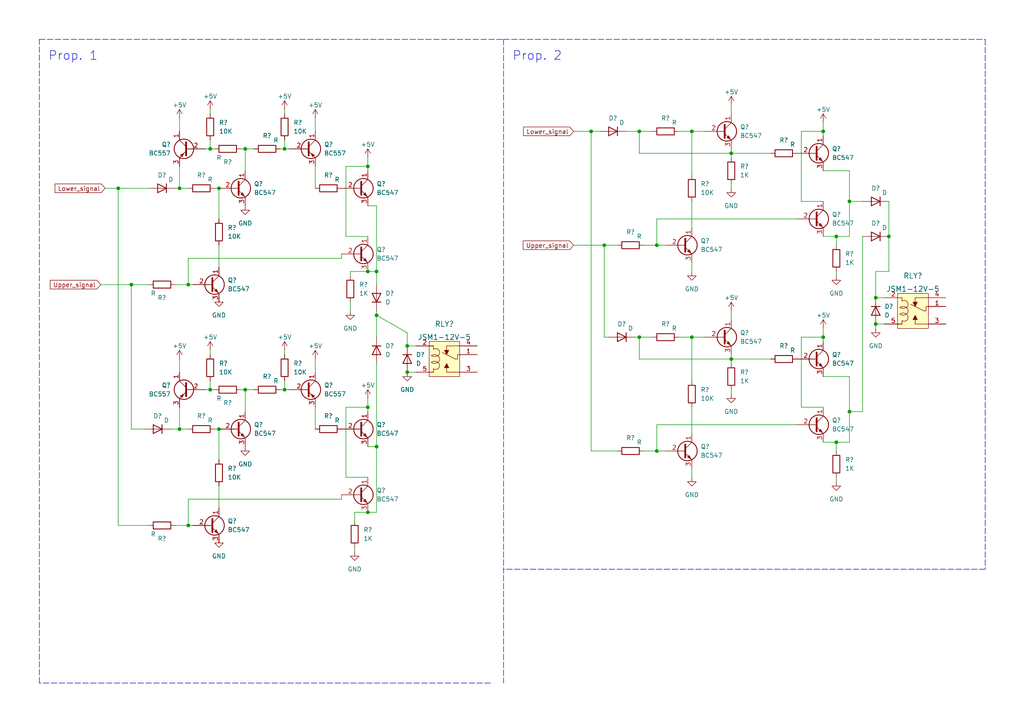
<source format=kicad_sch>
(kicad_sch (version 20211123) (generator eeschema)
  (paper "A4")
  (title_block (title "LatchReset_twoway") (date "2022-10-02") (rev "rev1") (company "Author : Ukesh Aryal"))
  (lib_symbols
    (symbol "Device:D" (pin_numbers hide) (pin_names (offset 1.016) hide)
      (property "Reference" "D" (at 0 2.54 0))
      (property "Value" "D" (at 0 -2.54 0))
      (symbol "D_0_1"
        (polyline (pts (xy -1.27 1.27) (xy -1.27 -1.27)) (stroke (width 0.254)))
        (polyline (pts (xy 1.27 0) (xy -1.27 0)))
        (polyline (pts (xy 1.27 1.27) (xy 1.27 -1.27) (xy -1.27 0) (xy 1.27 1.27)) (stroke (width 0.254)))
      )
      (symbol "D_1_1"
        (pin passive line (at -3.81 0 0) (length 2.54) (name "K") (number "1"))
        (pin passive line (at 3.81 0 180) (length 2.54) (name "A") (number "2"))
      )
    )
    (symbol "Device:R" (pin_numbers hide) (pin_names (offset 0))
      (property "Reference" "R" (at 2.032 0 90))
      (property "Value" "R" (at 0 0 90))
      (symbol "R_0_1"
        (rectangle (start -1.016 -2.54) (end 1.016 2.54) (stroke (width 0.254)))
      )
      (symbol "R_1_1"
        (pin passive line (at 0 3.81 270) (length 1.27) (name "~") (number "1"))
        (pin passive line (at 0 -3.81 90) (length 1.27) (name "~") (number "2"))
      )
    )
    (symbol "Transistor_BJT:BC547" (pin_names (offset 0) hide)
      (property "Reference" "Q" (at 5.08 1.905 0))
      (property "Value" "BC547" (at 5.08 0 0))
      (symbol "BC547_0_1"
        (polyline (pts (xy 0 0) (xy 0.635 0)))
        (polyline (pts (xy 0.635 0.635) (xy 2.54 2.54)))
        (polyline (pts (xy 0.635 -0.635) (xy 2.54 -2.54) (xy 2.54 -2.54)))
        (polyline (pts (xy 0.635 1.905) (xy 0.635 -1.905) (xy 0.635 -1.905)) (stroke (width 0.508)))
        (polyline (pts (xy 1.27 -1.778) (xy 1.778 -1.27) (xy 2.286 -2.286) (xy 1.27 -1.778) (xy 1.27 -1.778)) (fill (type outline)))
        (circle (center 1.27 0) (radius 2.8194) (stroke (width 0.254)))
      )
      (symbol "BC547_1_1"
        (pin passive line (at 2.54 5.08 270) (length 2.54) (name "C") (number "1"))
        (pin input line (at -5.08 0 0) (length 5.08) (name "B") (number "2"))
        (pin passive line (at 2.54 -5.08 90) (length 2.54) (name "E") (number "3"))
      )
    )
    (symbol "Transistor_BJT:BC557" (pin_names (offset 0) hide)
      (property "Reference" "Q" (at 5.08 1.905 0))
      (property "Value" "BC557" (at 5.08 0 0))
      (symbol "BC557_0_1"
        (polyline (pts (xy 0.635 0.635) (xy 2.54 2.54)))
        (polyline (pts (xy 0.635 -0.635) (xy 2.54 -2.54) (xy 2.54 -2.54)))
        (polyline (pts (xy 0.635 1.905) (xy 0.635 -1.905) (xy 0.635 -1.905)) (stroke (width 0.508)))
        (polyline (pts (xy 2.286 -1.778) (xy 1.778 -2.286) (xy 1.27 -1.27) (xy 2.286 -1.778) (xy 2.286 -1.778)) (fill (type outline)))
        (circle (center 1.27 0) (radius 2.8194) (stroke (width 0.254)))
      )
      (symbol "BC557_1_1"
        (pin passive line (at 2.54 5.08 270) (length 2.54) (name "C") (number "1"))
        (pin input line (at -5.08 0 0) (length 5.715) (name "B") (number "2"))
        (pin passive line (at 2.54 -5.08 90) (length 2.54) (name "E") (number "3"))
      )
    )
    (symbol "dk_Automotive-Relays:JSM1-12V-5" (pin_names (offset 0.0254) hide)
      (property "Reference" "RLY" (at -3.81 5.08 0))
      (property "Value" "JSM1-12V-5" (at 1.27 -8.89 0))
      (symbol "JSM1-12V-5_0_1"
        (rectangle (start -3.81 3.81) (end 5.08 -6.35) (fill (type background)))
        (arc (start -3.175 -2.2098) (mid -2.2225 -2.5197) (end -1.27 -2.2098))
        (arc (start -3.175 -0.3048) (mid -2.2225 -0.5353) (end -1.27 -0.3048))
        (arc (start -2.54 -4.1148) (mid -1.905 -4.2647) (end -1.27 -4.1148))
        (arc (start -1.27 -4.1148) (mid -0.7708 -3.1623) (end -1.27 -2.2098))
        (arc (start -1.27 -2.2098) (mid -2.2225 -1.8999) (end -3.175 -2.2098))
        (arc (start -1.27 -2.2098) (mid -0.7708 -1.2573) (end -1.27 -0.3048))
        (arc (start -1.27 -0.3048) (mid -2.2225 0.0051) (end -3.175 -0.3048))
        (arc (start -1.27 -0.3048) (mid -0.7708 0.6477) (end -1.27 1.6002))
        (arc (start -1.27 1.6002) (mid -1.905 1.7501) (end -2.54 1.6002))
        (polyline (pts (xy -2.54 -5.0546) (xy -2.54 -4.1148)))
        (polyline (pts (xy -2.54 1.6002) (xy -2.54 2.54)))
        (polyline (pts (xy 1.27 -5.08) (xy 4.445 -5.08)))
        (polyline (pts (xy 3.81 -1.27) (xy 0 0.635)))
        (polyline (pts (xy 4.445 2.54) (xy 1.27 2.54)))
        (polyline (pts (xy 5.08 -5.08) (xy 4.445 -5.08)))
        (polyline (pts (xy 5.08 0) (xy 4.445 0)))
        (polyline (pts (xy 5.08 2.54) (xy 4.445 2.54)))
        (polyline (pts (xy 4.445 0) (xy 4.445 -1.27) (xy 3.81 -1.27)))
        (polyline (pts (xy 1.27 -5.08) (xy 1.27 -3.81) (xy 0.635 -3.81) (xy 1.27 -2.54) (xy 1.905 -3.81) (xy 1.27 -3.81)) (fill (type outline)))
        (polyline (pts (xy 1.27 2.54) (xy 1.27 1.27) (xy 0.635 1.27) (xy 1.27 0) (xy 1.905 1.27) (xy 1.27 1.27)) (fill (type outline)))
      )
      (symbol "JSM1-12V-5_1_1"
        (pin passive line (at 10.16 0 180) (length 5.08) (name "COM") (number "1"))
        (pin input line (at -7.62 2.54 0) (length 5.08) (name "~") (number "2"))
        (pin passive line (at 10.16 -5.08 180) (length 5.08) (name "NO") (number "3"))
        (pin passive line (at 10.16 2.54 180) (length 5.08) (name "NC") (number "4"))
        (pin input line (at -7.62 -5.08 0) (length 5.08) (name "~") (number "5"))
      )
    )
    (symbol "power:+5V" (power) (pin_names (offset 0))
      (property "Value" "+5V" (at 0 3.556 0))
      (symbol "+5V_0_1"
        (polyline (pts (xy -0.762 1.27) (xy 0 2.54)))
        (polyline (pts (xy 0 0) (xy 0 2.54)))
        (polyline (pts (xy 0 2.54) (xy 0.762 1.27)))
      )
      (symbol "+5V_1_1"
        (pin power_in line (at 0 0 90) (length 0) hide (name "+5V") (number "1"))
      )
    )
    (symbol "power:GND" (power) (pin_names (offset 0))
      (property "Value" "GND" (at 0 -3.81 0))
      (symbol "GND_0_1"
        (polyline (pts (xy 0 0) (xy 0 -1.27) (xy 1.27 -1.27) (xy 0 -2.54) (xy -1.27 -1.27) (xy 0 -1.27)))
      )
      (symbol "GND_1_1"
        (pin power_in line (at 0 0 270) (length 0) hide (name "GND") (number "1"))
      )
    )
  )
  (junction (at 109.22 78.74))
  (junction (at 118.11 100.33))
  (junction (at 60.96 113.03))
  (junction (at 200.66 97.79))
  (junction (at 106.68 48.26))
  (junction (at 82.55 43.18))
  (junction (at 106.68 78.74))
  (junction (at 254 93.98))
  (junction (at 238.76 38.1))
  (junction (at 246.38 119.38))
  (junction (at 38.1 82.55))
  (junction (at 54.61 152.4))
  (junction (at 190.5 71.12))
  (junction (at 63.5 54.61))
  (junction (at 109.22 91.44))
  (junction (at 109.22 129.54))
  (junction (at 246.38 58.42))
  (junction (at 71.12 43.18))
  (junction (at 254 86.36))
  (junction (at 190.5 130.81))
  (junction (at 60.96 43.18))
  (junction (at 175.26 71.12))
  (junction (at 106.68 148.59))
  (junction (at 185.42 38.1))
  (junction (at 34.29 54.61))
  (junction (at 238.76 97.79))
  (junction (at 185.42 97.79))
  (junction (at 82.55 113.03))
  (junction (at 171.45 38.1))
  (junction (at 200.66 38.1))
  (junction (at 52.07 54.61))
  (junction (at 52.07 124.46))
  (junction (at 54.61 82.55))
  (junction (at 242.57 128.27))
  (junction (at 212.09 44.45))
  (junction (at 118.11 107.95))
  (junction (at 63.5 124.46))
  (junction (at 242.57 68.58))
  (junction (at 212.09 104.14))
  (junction (at 106.68 118.11))
  (junction (at 257.81 68.58))
  (junction (at 71.12 113.03))
  (wire (pts (xy 200.66 38.1) (xy 196.85 38.1)))
  (wire (pts (xy 186.69 71.12) (xy 190.5 71.12)))
  (polyline (pts (xy 11.43 198.12) (xy 11.43 11.43)))
  (wire (pts (xy 212.09 43.18) (xy 212.09 44.45)))
  (wire (pts (xy 38.1 124.46) (xy 41.91 124.46)))
  (wire (pts (xy 63.5 54.61) (xy 63.5 63.5)))
  (wire (pts (xy 49.53 124.46) (xy 52.07 124.46)))
  (wire (pts (xy 200.66 38.1) (xy 200.66 50.8)))
  (wire (pts (xy 101.6 80.01) (xy 101.6 78.74)))
  (wire (pts (xy 109.22 90.17) (xy 109.22 91.44)))
  (wire (pts (xy 242.57 68.58) (xy 238.76 68.58)))
  (wire (pts (xy 238.76 109.22) (xy 246.38 109.22)))
  (wire (pts (xy 184.15 97.79) (xy 185.42 97.79)))
  (wire (pts (xy 109.22 129.54) (xy 109.22 105.41)))
  (wire (pts (xy 185.42 38.1) (xy 185.42 44.45)))
  (wire (pts (xy 200.66 38.1) (xy 204.47 38.1)))
  (wire (pts (xy 238.76 49.53) (xy 246.38 49.53)))
  (wire (pts (xy 242.57 138.43) (xy 242.57 139.7)))
  (wire (pts (xy 38.1 82.55) (xy 43.18 82.55)))
  (wire (pts (xy 185.42 97.79) (xy 185.42 104.14)))
  (wire (pts (xy 52.07 48.26) (xy 52.07 54.61)))
  (wire (pts (xy 171.45 130.81) (xy 179.07 130.81)))
  (wire (pts (xy 212.09 90.17) (xy 212.09 92.71)))
  (wire (pts (xy 246.38 68.58) (xy 242.57 68.58)))
  (wire (pts (xy 106.68 48.26) (xy 106.68 49.53)))
  (wire (pts (xy 38.1 82.55) (xy 38.1 124.46)))
  (wire (pts (xy 212.09 104.14) (xy 212.09 105.41)))
  (wire (pts (xy 256.54 93.98) (xy 254 93.98)))
  (wire (pts (xy 52.07 104.14) (xy 52.07 107.95)))
  (wire (pts (xy 82.55 110.49) (xy 82.55 113.03)))
  (wire (pts (xy 100.33 138.43) (xy 106.68 138.43)))
  (wire (pts (xy 200.66 78.74) (xy 200.66 76.2)))
  (wire (pts (xy 109.22 78.74) (xy 109.22 82.55)))
  (wire (pts (xy 109.22 59.69) (xy 109.22 78.74)))
  (wire (pts (xy 254 86.36) (xy 256.54 86.36)))
  (polyline (pts (xy 285.75 11.43) (xy 285.75 165.1)))
  (wire (pts (xy 254 95.25) (xy 254 93.98)))
  (wire (pts (xy 246.38 58.42) (xy 246.38 68.58)))
  (wire (pts (xy 55.88 82.55) (xy 54.61 82.55)))
  (wire (pts (xy 82.55 40.64) (xy 82.55 43.18)))
  (wire (pts (xy 99.06 74.93) (xy 99.06 73.66)))
  (wire (pts (xy 102.87 148.59) (xy 102.87 151.13)))
  (wire (pts (xy 101.6 78.74) (xy 106.68 78.74)))
  (wire (pts (xy 91.44 118.11) (xy 91.44 124.46)))
  (wire (pts (xy 50.8 54.61) (xy 52.07 54.61)))
  (wire (pts (xy 62.23 54.61) (xy 63.5 54.61)))
  (wire (pts (xy 63.5 124.46) (xy 63.5 133.35)))
  (wire (pts (xy 50.8 152.4) (xy 54.61 152.4)))
  (wire (pts (xy 246.38 128.27) (xy 242.57 128.27)))
  (wire (pts (xy 200.66 97.79) (xy 204.47 97.79)))
  (wire (pts (xy 212.09 102.87) (xy 212.09 104.14)))
  (polyline (pts (xy 11.43 11.43) (xy 146.05 11.43)))
  (wire (pts (xy 100.33 48.26) (xy 100.33 68.58)))
  (wire (pts (xy 109.22 129.54) (xy 109.22 148.59)))
  (wire (pts (xy 62.23 43.18) (xy 60.96 43.18)))
  (wire (pts (xy 212.09 44.45) (xy 223.52 44.45)))
  (wire (pts (xy 185.42 97.79) (xy 189.23 97.79)))
  (wire (pts (xy 91.44 48.26) (xy 91.44 54.61)))
  (wire (pts (xy 238.76 38.1) (xy 238.76 39.37)))
  (wire (pts (xy 81.28 43.18) (xy 82.55 43.18)))
  (wire (pts (xy 106.68 48.26) (xy 100.33 48.26)))
  (wire (pts (xy 185.42 104.14) (xy 212.09 104.14)))
  (wire (pts (xy 59.69 43.18) (xy 60.96 43.18)))
  (wire (pts (xy 62.23 124.46) (xy 63.5 124.46)))
  (wire (pts (xy 82.55 43.18) (xy 83.82 43.18)))
  (wire (pts (xy 166.37 71.12) (xy 175.26 71.12)))
  (wire (pts (xy 200.66 138.43) (xy 200.66 135.89)))
  (wire (pts (xy 257.81 58.42) (xy 257.81 68.58)))
  (wire (pts (xy 242.57 68.58) (xy 242.57 71.12)))
  (wire (pts (xy 62.23 113.03) (xy 60.96 113.03)))
  (wire (pts (xy 34.29 54.61) (xy 43.18 54.61)))
  (wire (pts (xy 171.45 38.1) (xy 173.99 38.1)))
  (wire (pts (xy 200.66 97.79) (xy 200.66 110.49)))
  (wire (pts (xy 54.61 74.93) (xy 99.06 74.93)))
  (wire (pts (xy 175.26 97.79) (xy 176.53 97.79)))
  (wire (pts (xy 82.55 31.75) (xy 82.55 33.02)))
  (wire (pts (xy 186.69 130.81) (xy 190.5 130.81)))
  (wire (pts (xy 73.66 43.18) (xy 71.12 43.18)))
  (wire (pts (xy 106.68 129.54) (xy 109.22 129.54)))
  (wire (pts (xy 190.5 130.81) (xy 190.5 123.19)))
  (wire (pts (xy 232.41 97.79) (xy 232.41 118.11)))
  (wire (pts (xy 60.96 101.6) (xy 60.96 102.87)))
  (wire (pts (xy 54.61 74.93) (xy 54.61 82.55)))
  (wire (pts (xy 212.09 30.48) (xy 212.09 33.02)))
  (wire (pts (xy 212.09 104.14) (xy 223.52 104.14)))
  (wire (pts (xy 91.44 34.29) (xy 91.44 38.1)))
  (wire (pts (xy 55.88 152.4) (xy 54.61 152.4)))
  (wire (pts (xy 250.19 68.58) (xy 250.19 119.38)))
  (wire (pts (xy 232.41 118.11) (xy 238.76 118.11)))
  (wire (pts (xy 109.22 91.44) (xy 109.22 97.79)))
  (polyline (pts (xy 142.24 198.12) (xy 11.43 198.12)))
  (wire (pts (xy 190.5 71.12) (xy 190.5 63.5)))
  (wire (pts (xy 257.81 68.58) (xy 257.81 78.74)))
  (wire (pts (xy 73.66 113.03) (xy 71.12 113.03)))
  (wire (pts (xy 52.07 124.46) (xy 54.61 124.46)))
  (wire (pts (xy 101.6 87.63) (xy 101.6 90.17)))
  (wire (pts (xy 34.29 54.61) (xy 34.29 152.4)))
  (wire (pts (xy 82.55 113.03) (xy 83.82 113.03)))
  (wire (pts (xy 242.57 78.74) (xy 242.57 80.01)))
  (wire (pts (xy 109.22 78.74) (xy 106.68 78.74)))
  (wire (pts (xy 59.69 113.03) (xy 60.96 113.03)))
  (wire (pts (xy 200.66 97.79) (xy 196.85 97.79)))
  (wire (pts (xy 246.38 119.38) (xy 250.19 119.38)))
  (wire (pts (xy 71.12 43.18) (xy 71.12 49.53)))
  (wire (pts (xy 106.68 118.11) (xy 106.68 119.38)))
  (wire (pts (xy 50.8 82.55) (xy 54.61 82.55)))
  (wire (pts (xy 34.29 152.4) (xy 43.18 152.4)))
  (wire (pts (xy 242.57 128.27) (xy 238.76 128.27)))
  (wire (pts (xy 257.81 78.74) (xy 254 78.74)))
  (wire (pts (xy 69.85 43.18) (xy 71.12 43.18)))
  (wire (pts (xy 102.87 148.59) (xy 106.68 148.59)))
  (wire (pts (xy 190.5 130.81) (xy 193.04 130.81)))
  (wire (pts (xy 118.11 100.33) (xy 120.65 100.33)))
  (wire (pts (xy 81.28 113.03) (xy 82.55 113.03)))
  (wire (pts (xy 238.76 97.79) (xy 238.76 99.06)))
  (wire (pts (xy 246.38 109.22) (xy 246.38 119.38)))
  (wire (pts (xy 102.87 158.75) (xy 102.87 160.02)))
  (wire (pts (xy 190.5 71.12) (xy 193.04 71.12)))
  (wire (pts (xy 106.68 118.11) (xy 100.33 118.11)))
  (wire (pts (xy 238.76 97.79) (xy 232.41 97.79)))
  (wire (pts (xy 63.5 71.12) (xy 63.5 77.47)))
  (wire (pts (xy 60.96 110.49) (xy 60.96 113.03)))
  (wire (pts (xy 254 78.74) (xy 254 86.36)))
  (wire (pts (xy 212.09 44.45) (xy 212.09 45.72)))
  (wire (pts (xy 60.96 40.64) (xy 60.96 43.18)))
  (wire (pts (xy 91.44 104.14) (xy 91.44 107.95)))
  (wire (pts (xy 69.85 113.03) (xy 71.12 113.03)))
  (wire (pts (xy 54.61 144.78) (xy 54.61 152.4)))
  (wire (pts (xy 100.33 68.58) (xy 106.68 68.58)))
  (wire (pts (xy 238.76 95.25) (xy 238.76 97.79)))
  (wire (pts (xy 109.22 91.44) (xy 118.11 96.52)))
  (wire (pts (xy 106.68 115.57) (xy 106.68 118.11)))
  (wire (pts (xy 212.09 113.03) (xy 212.09 114.3)))
  (wire (pts (xy 175.26 71.12) (xy 179.07 71.12)))
  (wire (pts (xy 52.07 118.11) (xy 52.07 124.46)))
  (wire (pts (xy 100.33 118.11) (xy 100.33 138.43)))
  (wire (pts (xy 212.09 53.34) (xy 212.09 54.61)))
  (wire (pts (xy 120.65 107.95) (xy 118.11 107.95)))
  (wire (pts (xy 242.57 128.27) (xy 242.57 130.81)))
  (wire (pts (xy 231.14 123.19) (xy 190.5 123.19)))
  (wire (pts (xy 63.5 140.97) (xy 63.5 147.32)))
  (wire (pts (xy 60.96 31.75) (xy 60.96 33.02)))
  (wire (pts (xy 181.61 38.1) (xy 185.42 38.1)))
  (wire (pts (xy 166.37 38.1) (xy 171.45 38.1)))
  (polyline (pts (xy 146.05 11.43) (xy 146.05 198.12)))
  (wire (pts (xy 52.07 54.61) (xy 54.61 54.61)))
  (wire (pts (xy 29.21 82.55) (xy 38.1 82.55)))
  (polyline (pts (xy 285.75 165.1) (xy 146.05 165.1)))
  (wire (pts (xy 71.12 113.03) (xy 71.12 119.38)))
  (wire (pts (xy 246.38 119.38) (xy 246.38 128.27)))
  (wire (pts (xy 231.14 63.5) (xy 190.5 63.5)))
  (wire (pts (xy 54.61 144.78) (xy 99.06 144.78)))
  (polyline (pts (xy 146.05 11.43) (xy 285.75 11.43)))
  (wire (pts (xy 185.42 44.45) (xy 212.09 44.45)))
  (wire (pts (xy 52.07 34.29) (xy 52.07 38.1)))
  (wire (pts (xy 185.42 38.1) (xy 189.23 38.1)))
  (wire (pts (xy 238.76 35.56) (xy 238.76 38.1)))
  (wire (pts (xy 118.11 96.52) (xy 118.11 100.33)))
  (wire (pts (xy 99.06 144.78) (xy 99.06 143.51)))
  (wire (pts (xy 106.68 45.72) (xy 106.68 48.26)))
  (wire (pts (xy 200.66 58.42) (xy 200.66 66.04)))
  (wire (pts (xy 232.41 38.1) (xy 232.41 58.42)))
  (wire (pts (xy 238.76 38.1) (xy 232.41 38.1)))
  (wire (pts (xy 200.66 118.11) (xy 200.66 125.73)))
  (wire (pts (xy 82.55 101.6) (xy 82.55 102.87)))
  (wire (pts (xy 30.48 54.61) (xy 34.29 54.61)))
  (wire (pts (xy 109.22 148.59) (xy 106.68 148.59)))
  (wire (pts (xy 246.38 58.42) (xy 250.19 58.42)))
  (wire (pts (xy 175.26 97.79) (xy 175.26 71.12)))
  (wire (pts (xy 171.45 38.1) (xy 171.45 130.81)))
  (wire (pts (xy 246.38 49.53) (xy 246.38 58.42)))
  (wire (pts (xy 106.68 59.69) (xy 109.22 59.69)))
  (wire (pts (xy 232.41 58.42) (xy 238.76 58.42)))
  (text "Prop. 2\n" (at 148.59 17.78 0) (effects (font (size 2.54 2.54)) (justify left bottom)))
  (text "Prop. 1\n" (at 13.97 17.78 0) (effects (font (size 2.54 2.54)) (justify left bottom)))
  (global_label "Upper_signal" (shape input) (at 29.21 82.55 180) (property "Intersheet References" "${INTERSHEET_REFS}" (effects hide)))
  (global_label "Lower_signal" (shape input) (at 30.48 54.61 180) (property "Intersheet References" "${INTERSHEET_REFS}" (effects hide)))
  (global_label "Lower_signal" (shape input) (at 166.37 38.1 180) (property "Intersheet References" "${INTERSHEET_REFS}" (effects hide)))
  (global_label "Upper_signal" (shape input) (at 166.37 71.12 180) (property "Intersheet References" "${INTERSHEET_REFS}" (effects hide)))
  (symbol (lib_id "Device:R") (at 66.04 113.03 270) (unit 1)
    (property "Reference" "R?" (at 66.04 116.84 90))
    (property "Value" "R" (at 63.5 115.57 90))
  )
  (symbol (lib_id "power:+5V") (at 91.44 104.14 0) (unit 1)
    (property "Reference" "#PWR?" (effects hide))
    (property "Value" "+5V" (at 91.44 100.33 0))
  )
  (symbol (lib_id "Transistor_BJT:BC547") (at 236.22 123.19 0) (unit 1)
    (property "Reference" "Q?" (at 241.3 121.9199 0) (effects (justify left)))
    (property "Value" "BC547" (at 241.3 124.4599 0) (effects (justify left)))
    (property "Footprint" "Package_TO_SOT_THT:TO-92_Inline" (effects hide))
    (property "Datasheet" "https://www.onsemi.com/pub/Collateral/BC550-D.pdf" (effects hide))
  )
  (symbol (lib_id "Transistor_BJT:BC547") (at 68.58 54.61 0) (unit 1)
    (property "Reference" "Q?" (at 73.66 53.3399 0) (effects (justify left)))
    (property "Value" "BC547" (at 73.66 55.8799 0) (effects (justify left)))
    (property "Footprint" "Package_TO_SOT_THT:TO-92_Inline" (effects hide))
    (property "Datasheet" "https://www.onsemi.com/pub/Collateral/BC550-D.pdf" (effects hide))
  )
  (symbol (lib_id "Device:R") (at 63.5 137.16 180) (unit 1)
    (property "Reference" "R?" (at 66.04 135.8899 0) (effects (justify right)))
    (property "Value" "10K" (at 66.04 138.4299 0) (effects (justify right)))
  )
  (symbol (lib_id "power:GND") (at 63.5 156.21 0) (unit 1)
    (property "Reference" "#PWR?" (effects hide))
    (property "Value" "GND" (at 63.5 161.29 0))
  )
  (symbol (lib_id "power:GND") (at 200.66 78.74 0) (unit 1)
    (property "Reference" "#PWR?" (effects hide))
    (property "Value" "GND" (at 200.66 83.82 0))
  )
  (symbol (lib_id "Device:R") (at 242.57 134.62 0) (unit 1)
    (property "Reference" "R?" (at 245.11 133.3499 0) (effects (justify left)))
    (property "Value" "1K" (at 245.11 135.8899 0) (effects (justify left)))
  )
  (symbol (lib_id "Device:R") (at 242.57 74.93 0) (unit 1)
    (property "Reference" "R?" (at 245.11 73.6599 0) (effects (justify left)))
    (property "Value" "1K" (at 245.11 76.1999 0) (effects (justify left)))
  )
  (symbol (lib_id "Device:R") (at 193.04 97.79 90) (unit 1)
    (property "Reference" "R?" (at 193.04 93.98 90))
    (property "Value" "R" (at 195.58 95.25 90))
  )
  (symbol (lib_id "Device:R") (at 200.66 114.3 0) (unit 1)
    (property "Reference" "R?" (at 203.2 113.0299 0) (effects (justify left)))
    (property "Value" "10K" (at 203.2 115.5699 0) (effects (justify left)))
  )
  (symbol (lib_id "power:GND") (at 101.6 90.17 0) (unit 1)
    (property "Reference" "#PWR?" (effects hide))
    (property "Value" "GND" (at 101.6 95.25 0))
  )
  (symbol (lib_id "Device:R") (at 102.87 154.94 0) (unit 1)
    (property "Reference" "R?" (at 105.41 153.6699 0) (effects (justify left)))
    (property "Value" "1K" (at 105.41 156.2099 0) (effects (justify left)))
  )
  (symbol (lib_id "power:GND") (at 254 95.25 0) (unit 1)
    (property "Reference" "#PWR?" (effects hide))
    (property "Value" "GND" (at 254 100.33 0))
  )
  (symbol (lib_id "Device:R") (at 227.33 104.14 90) (unit 1)
    (property "Reference" "R?" (at 227.33 100.33 90))
    (property "Value" "R" (at 229.87 101.6 90))
  )
  (symbol (lib_id "Transistor_BJT:BC547") (at 209.55 97.79 0) (unit 1)
    (property "Reference" "Q?" (at 214.63 96.5199 0) (effects (justify left)))
    (property "Value" "BC547" (at 214.63 99.0599 0) (effects (justify left)))
    (property "Footprint" "Package_TO_SOT_THT:TO-92_Inline" (effects hide))
    (property "Datasheet" "https://www.onsemi.com/pub/Collateral/BC550-D.pdf" (effects hide))
  )
  (symbol (lib_id "power:GND") (at 102.87 160.02 0) (unit 1)
    (property "Reference" "#PWR?" (effects hide))
    (property "Value" "GND" (at 102.87 165.1 0))
  )
  (symbol (lib_id "Device:R") (at 212.09 49.53 0) (unit 1)
    (property "Reference" "R?" (at 214.63 48.2599 0) (effects (justify left)))
    (property "Value" "1K" (at 214.63 50.7999 0) (effects (justify left)))
  )
  (symbol (lib_id "power:+5V") (at 106.68 115.57 0) (unit 1)
    (property "Reference" "#PWR?" (effects hide))
    (property "Value" "+5V" (at 106.68 111.76 0))
  )
  (symbol (lib_id "Transistor_BJT:BC547") (at 104.14 54.61 0) (unit 1)
    (property "Reference" "Q?" (at 109.22 53.3399 0) (effects (justify left)))
    (property "Value" "BC547" (at 109.22 55.8799 0) (effects (justify left)))
    (property "Footprint" "Package_TO_SOT_THT:TO-92_Inline" (effects hide))
    (property "Datasheet" "https://www.onsemi.com/pub/Collateral/BC550-D.pdf" (effects hide))
  )
  (symbol (lib_id "power:GND") (at 212.09 114.3 0) (unit 1)
    (property "Reference" "#PWR?" (effects hide))
    (property "Value" "GND" (at 212.09 119.38 0))
  )
  (symbol (lib_id "Device:R") (at 46.99 82.55 270) (unit 1)
    (property "Reference" "R?" (at 46.99 86.36 90))
    (property "Value" "R" (at 44.45 85.09 90))
  )
  (symbol (lib_id "Device:D") (at 180.34 97.79 180) (unit 1)
    (property "Reference" "D?" (at 180.34 93.98 0))
    (property "Value" "D" (at 182.88 95.25 0))
  )
  (symbol (lib_id "Device:R") (at 101.6 83.82 0) (unit 1)
    (property "Reference" "R?" (at 104.14 82.5499 0) (effects (justify left)))
    (property "Value" "1K" (at 104.14 85.0899 0) (effects (justify left)))
  )
  (symbol (lib_id "power:+5V") (at 82.55 101.6 0) (unit 1)
    (property "Reference" "#PWR?" (effects hide))
    (property "Value" "+5V" (at 82.55 97.79 0))
  )
  (symbol (lib_id "Transistor_BJT:BC547") (at 68.58 124.46 0) (unit 1)
    (property "Reference" "Q?" (at 73.66 123.1899 0) (effects (justify left)))
    (property "Value" "BC547" (at 73.66 125.7299 0) (effects (justify left)))
    (property "Footprint" "Package_TO_SOT_THT:TO-92_Inline" (effects hide))
    (property "Datasheet" "https://www.onsemi.com/pub/Collateral/BC550-D.pdf" (effects hide))
  )
  (symbol (lib_id "Device:R") (at 46.99 152.4 270) (unit 1)
    (property "Reference" "R?" (at 46.99 156.21 90))
    (property "Value" "R" (at 44.45 154.94 90))
  )
  (symbol (lib_id "Device:R") (at 182.88 130.81 90) (unit 1)
    (property "Reference" "R?" (at 182.88 127 90))
    (property "Value" "R" (at 185.42 128.27 90))
  )
  (symbol (lib_id "power:+5V") (at 212.09 90.17 0) (unit 1)
    (property "Reference" "#PWR?" (effects hide))
    (property "Value" "+5V" (at 212.09 86.36 0))
  )
  (symbol (lib_id "power:+5V") (at 52.07 104.14 0) (unit 1)
    (property "Reference" "#PWR?" (effects hide))
    (property "Value" "+5V" (at 52.07 100.33 0))
  )
  (symbol (lib_id "power:GND") (at 242.57 80.01 0) (unit 1)
    (property "Reference" "#PWR?" (effects hide))
    (property "Value" "GND" (at 242.57 85.09 0))
  )
  (symbol (lib_id "Device:R") (at 82.55 36.83 180) (unit 1)
    (property "Reference" "R?" (at 85.09 35.5599 0) (effects (justify right)))
    (property "Value" "10K" (at 85.09 38.0999 0) (effects (justify right)))
  )
  (symbol (lib_id "Device:R") (at 95.25 54.61 90) (unit 1)
    (property "Reference" "R?" (at 95.25 50.8 90))
    (property "Value" "R" (at 97.79 52.07 90))
  )
  (symbol (lib_id "Transistor_BJT:BC557") (at 88.9 43.18 0) (unit 1)
    (property "Reference" "Q?" (at 93.98 41.9099 0) (effects (justify left)))
    (property "Value" "BC557" (at 93.98 44.4499 0) (effects (justify left)))
    (property "Footprint" "Package_TO_SOT_THT:TO-92_Inline" (effects hide))
    (property "Datasheet" "https://www.onsemi.com/pub/Collateral/BC556BTA-D.pdf" (effects hide))
  )
  (symbol (lib_id "power:+5V") (at 212.09 30.48 0) (unit 1)
    (property "Reference" "#PWR?" (effects hide))
    (property "Value" "+5V" (at 212.09 26.67 0))
  )
  (symbol (lib_id "Device:R") (at 227.33 44.45 90) (unit 1)
    (property "Reference" "R?" (at 227.33 40.64 90))
    (property "Value" "R" (at 229.87 41.91 90))
  )
  (symbol (lib_id "power:GND") (at 200.66 138.43 0) (unit 1)
    (property "Reference" "#PWR?" (effects hide))
    (property "Value" "GND" (at 200.66 143.51 0))
  )
  (symbol (lib_id "Device:R") (at 95.25 124.46 90) (unit 1)
    (property "Reference" "R?" (at 95.25 120.65 90))
    (property "Value" "R" (at 97.79 121.92 90))
  )
  (symbol (lib_id "Device:R") (at 60.96 106.68 180) (unit 1)
    (property "Reference" "R?" (at 63.5 105.4099 0) (effects (justify right)))
    (property "Value" "10K" (at 63.5 107.9499 0) (effects (justify right)))
  )
  (symbol (lib_id "Device:D") (at 45.72 124.46 180) (unit 1)
    (property "Reference" "D?" (at 45.72 120.65 0))
    (property "Value" "D" (at 48.26 121.92 0))
  )
  (symbol (lib_id "Device:R") (at 66.04 43.18 270) (unit 1)
    (property "Reference" "R?" (at 66.04 46.99 90))
    (property "Value" "R" (at 63.5 45.72 90))
  )
  (symbol (lib_id "power:+5V") (at 238.76 35.56 0) (unit 1)
    (property "Reference" "#PWR?" (effects hide))
    (property "Value" "+5V" (at 238.76 31.75 0))
  )
  (symbol (lib_id "Transistor_BJT:BC547") (at 104.14 124.46 0) (unit 1)
    (property "Reference" "Q?" (at 109.22 123.1899 0) (effects (justify left)))
    (property "Value" "BC547" (at 109.22 125.7299 0) (effects (justify left)))
    (property "Footprint" "Package_TO_SOT_THT:TO-92_Inline" (effects hide))
    (property "Datasheet" "https://www.onsemi.com/pub/Collateral/BC550-D.pdf" (effects hide))
  )
  (symbol (lib_id "Transistor_BJT:BC557") (at 54.61 43.18 0) (mirror y) (unit 1)
    (property "Reference" "Q?" (at 49.53 41.9099 0) (effects (justify left)))
    (property "Value" "BC557" (at 49.53 44.4499 0) (effects (justify left)))
    (property "Footprint" "Package_TO_SOT_THT:TO-92_Inline" (effects hide))
    (property "Datasheet" "https://www.onsemi.com/pub/Collateral/BC556BTA-D.pdf" (effects hide))
  )
  (symbol (lib_id "Transistor_BJT:BC547") (at 209.55 38.1 0) (unit 1)
    (property "Reference" "Q?" (at 214.63 36.8299 0) (effects (justify left)))
    (property "Value" "BC547" (at 214.63 39.3699 0) (effects (justify left)))
    (property "Footprint" "Package_TO_SOT_THT:TO-92_Inline" (effects hide))
    (property "Datasheet" "https://www.onsemi.com/pub/Collateral/BC550-D.pdf" (effects hide))
  )
  (symbol (lib_id "Device:D") (at 118.11 104.14 270) (unit 1)
    (property "Reference" "D?" (at 120.65 102.8699 90) (effects (justify left)))
    (property "Value" "D" (at 120.65 105.4099 90) (effects (justify left)))
  )
  (symbol (lib_id "power:+5V") (at 238.76 95.25 0) (unit 1)
    (property "Reference" "#PWR?" (effects hide))
    (property "Value" "+5V" (at 238.76 91.44 0))
  )
  (symbol (lib_id "Transistor_BJT:BC547") (at 236.22 63.5 0) (unit 1)
    (property "Reference" "Q?" (at 241.3 62.2299 0) (effects (justify left)))
    (property "Value" "BC547" (at 241.3 64.7699 0) (effects (justify left)))
    (property "Footprint" "Package_TO_SOT_THT:TO-92_Inline" (effects hide))
    (property "Datasheet" "https://www.onsemi.com/pub/Collateral/BC550-D.pdf" (effects hide))
  )
  (symbol (lib_id "power:+5V") (at 60.96 31.75 0) (unit 1)
    (property "Reference" "#PWR?" (effects hide))
    (property "Value" "+5V" (at 60.96 27.94 0))
  )
  (symbol (lib_id "power:+5V") (at 106.68 45.72 0) (unit 1)
    (property "Reference" "#PWR?" (effects hide))
    (property "Value" "+5V" (at 106.68 41.91 0))
  )
  (symbol (lib_id "Device:D") (at 46.99 54.61 180) (unit 1)
    (property "Reference" "D?" (at 46.99 50.8 0))
    (property "Value" "D" (at 49.53 52.07 0))
  )
  (symbol (lib_id "Transistor_BJT:BC547") (at 60.96 152.4 0) (unit 1)
    (property "Reference" "Q?" (at 66.04 151.1299 0) (effects (justify left)))
    (property "Value" "BC547" (at 66.04 153.6699 0) (effects (justify left)))
    (property "Footprint" "Package_TO_SOT_THT:TO-92_Inline" (effects hide))
    (property "Datasheet" "https://www.onsemi.com/pub/Collateral/BC550-D.pdf" (effects hide))
  )
  (symbol (lib_id "power:GND") (at 242.57 139.7 0) (unit 1)
    (property "Reference" "#PWR?" (effects hide))
    (property "Value" "GND" (at 242.57 144.78 0))
  )
  (symbol (lib_id "Device:D") (at 254 58.42 180) (unit 1)
    (property "Reference" "D?" (at 254 54.61 0))
    (property "Value" "D" (at 256.54 55.88 0))
  )
  (symbol (lib_id "power:GND") (at 212.09 54.61 0) (unit 1)
    (property "Reference" "#PWR?" (effects hide))
    (property "Value" "GND" (at 212.09 59.69 0))
  )
  (symbol (lib_id "Device:R") (at 60.96 36.83 180) (unit 1)
    (property "Reference" "R?" (at 63.5 35.5599 0) (effects (justify right)))
    (property "Value" "10K" (at 63.5 38.0999 0) (effects (justify right)))
  )
  (symbol (lib_id "Device:R") (at 193.04 38.1 90) (unit 1)
    (property "Reference" "R?" (at 193.04 34.29 90))
    (property "Value" "R" (at 195.58 35.56 90))
  )
  (symbol (lib_id "Transistor_BJT:BC547") (at 104.14 73.66 0) (unit 1)
    (property "Reference" "Q?" (at 109.22 72.3899 0) (effects (justify left)))
    (property "Value" "BC547" (at 109.22 74.9299 0) (effects (justify left)))
    (property "Footprint" "Package_TO_SOT_THT:TO-92_Inline" (effects hide))
    (property "Datasheet" "https://www.onsemi.com/pub/Collateral/BC550-D.pdf" (effects hide))
  )
  (symbol (lib_id "power:GND") (at 63.5 86.36 0) (unit 1)
    (property "Reference" "#PWR?" (effects hide))
    (property "Value" "GND" (at 63.5 91.44 0))
  )
  (symbol (lib_id "Transistor_BJT:BC557") (at 54.61 113.03 0) (mirror y) (unit 1)
    (property "Reference" "Q?" (at 49.53 111.7599 0) (effects (justify left)))
    (property "Value" "BC557" (at 49.53 114.2999 0) (effects (justify left)))
    (property "Footprint" "Package_TO_SOT_THT:TO-92_Inline" (effects hide))
    (property "Datasheet" "https://www.onsemi.com/pub/Collateral/BC556BTA-D.pdf" (effects hide))
  )
  (symbol (lib_id "power:GND") (at 118.11 107.95 0) (unit 1)
    (property "Reference" "#PWR?" (effects hide))
    (property "Value" "GND" (at 118.11 113.03 0))
  )
  (symbol (lib_id "power:+5V") (at 52.07 34.29 0) (unit 1)
    (property "Reference" "#PWR?" (effects hide))
    (property "Value" "+5V" (at 52.07 30.48 0))
  )
  (symbol (lib_id "dk_Automotive-Relays:JSM1-12V-5") (at 128.27 102.87 0) (unit 1)
    (property "Reference" "RLY?" (at 128.905 93.98 0) (effects (font (size 1.524 1.524))))
    (property "Value" "JSM1-12V-5" (at 128.905 97.79 0) (effects (font (size 1.524 1.524))))
    (property "Footprint" "digikey-footprints:Relay_JSM1-12V-5" (effects hide))
    (property "Datasheet" "https://media.digikey.com/pdf/Data%20Sheets/Panasonic%20Electric%20Works%20PDFs/JS-M_Series_Rev_Dec_2011.pdf" (effects hide))
    (property "Digi-Key_PN" "255-1240-ND" (effects hide))
    (property "MPN" "JSM1-12V-5" (effects hide))
    (property "Category" "Relays" (effects hide))
    (property "Family" "Automotive Relays" (effects hide))
    (property "DK_Datasheet_Link" "https://media.digikey.com/pdf/Data%20Sheets/Panasonic%20Electric%20Works%20PDFs/JS-M_Series_Rev_Dec_2011.pdf" (effects hide))
    (property "DK_Detail_Page" "/product-detail/en/panasonic-electric-works/JSM1-12V-5/255-1240-ND/274764" (effects hide))
    (property "Description" "RELAY AUTOMOTIVE SPDT 15A 12V" (effects hide))
    (property "Manufacturer" "Panasonic Electric Works" (effects hide))
    (property "Status" "Active" (effects hide))
  )
  (symbol (lib_id "power:+5V") (at 91.44 34.29 0) (unit 1)
    (property "Reference" "#PWR?" (effects hide))
    (property "Value" "+5V" (at 91.44 30.48 0))
  )
  (symbol (lib_id "Device:R") (at 77.47 43.18 90) (unit 1)
    (property "Reference" "R?" (at 77.47 39.37 90))
    (property "Value" "R" (at 80.01 40.64 90))
  )
  (symbol (lib_id "Device:R") (at 58.42 124.46 90) (unit 1)
    (property "Reference" "R?" (at 58.42 120.65 90))
    (property "Value" "R" (at 60.96 121.92 90))
  )
  (symbol (lib_id "power:GND") (at 71.12 129.54 0) (unit 1)
    (property "Reference" "#PWR?" (effects hide))
    (property "Value" "GND" (at 71.12 134.62 0))
  )
  (symbol (lib_id "power:+5V") (at 82.55 31.75 0) (unit 1)
    (property "Reference" "#PWR?" (effects hide))
    (property "Value" "+5V" (at 82.55 27.94 0))
  )
  (symbol (lib_id "Transistor_BJT:BC547") (at 198.12 71.12 0) (unit 1)
    (property "Reference" "Q?" (at 203.2 69.8499 0) (effects (justify left)))
    (property "Value" "BC547" (at 203.2 72.3899 0) (effects (justify left)))
    (property "Footprint" "Package_TO_SOT_THT:TO-92_Inline" (effects hide))
    (property "Datasheet" "https://www.onsemi.com/pub/Collateral/BC550-D.pdf" (effects hide))
  )
  (symbol (lib_id "Device:D") (at 177.8 38.1 180) (unit 1)
    (property "Reference" "D?" (at 177.8 34.29 0))
    (property "Value" "D" (at 180.34 35.56 0))
  )
  (symbol (lib_id "Device:D") (at 254 90.17 270) (unit 1)
    (property "Reference" "D?" (at 256.54 88.8999 90) (effects (justify left)))
    (property "Value" "D" (at 256.54 91.4399 90) (effects (justify left)))
  )
  (symbol (lib_id "Device:D") (at 109.22 86.36 90) (unit 1)
    (property "Reference" "D?" (at 111.76 85.0899 90) (effects (justify right)))
    (property "Value" "D" (at 111.76 87.6299 90) (effects (justify right)))
  )
  (symbol (lib_id "Transistor_BJT:BC547") (at 236.22 44.45 0) (unit 1)
    (property "Reference" "Q?" (at 241.3 43.1799 0) (effects (justify left)))
    (property "Value" "BC547" (at 241.3 45.7199 0) (effects (justify left)))
    (property "Footprint" "Package_TO_SOT_THT:TO-92_Inline" (effects hide))
    (property "Datasheet" "https://www.onsemi.com/pub/Collateral/BC550-D.pdf" (effects hide))
  )
  (symbol (lib_id "Device:R") (at 212.09 109.22 0) (unit 1)
    (property "Reference" "R?" (at 214.63 107.9499 0) (effects (justify left)))
    (property "Value" "1K" (at 214.63 110.4899 0) (effects (justify left)))
  )
  (symbol (lib_id "Device:R") (at 82.55 106.68 180) (unit 1)
    (property "Reference" "R?" (at 85.09 105.4099 0) (effects (justify right)))
    (property "Value" "10K" (at 85.09 107.9499 0) (effects (justify right)))
  )
  (symbol (lib_id "Transistor_BJT:BC547") (at 236.22 104.14 0) (unit 1)
    (property "Reference" "Q?" (at 241.3 102.8699 0) (effects (justify left)))
    (property "Value" "BC547" (at 241.3 105.4099 0) (effects (justify left)))
    (property "Footprint" "Package_TO_SOT_THT:TO-92_Inline" (effects hide))
    (property "Datasheet" "https://www.onsemi.com/pub/Collateral/BC550-D.pdf" (effects hide))
  )
  (symbol (lib_id "Device:D") (at 254 68.58 180) (unit 1)
    (property "Reference" "D?" (at 254 64.77 0))
    (property "Value" "D" (at 256.54 66.04 0))
  )
  (symbol (lib_id "Transistor_BJT:BC547") (at 60.96 82.55 0) (unit 1)
    (property "Reference" "Q?" (at 66.04 81.2799 0) (effects (justify left)))
    (property "Value" "BC547" (at 66.04 83.8199 0) (effects (justify left)))
    (property "Footprint" "Package_TO_SOT_THT:TO-92_Inline" (effects hide))
    (property "Datasheet" "https://www.onsemi.com/pub/Collateral/BC550-D.pdf" (effects hide))
  )
  (symbol (lib_id "Device:R") (at 63.5 67.31 180) (unit 1)
    (property "Reference" "R?" (at 66.04 66.0399 0) (effects (justify right)))
    (property "Value" "10K" (at 66.04 68.5799 0) (effects (justify right)))
  )
  (symbol (lib_id "power:GND") (at 71.12 59.69 0) (unit 1)
    (property "Reference" "#PWR?" (effects hide))
    (property "Value" "GND" (at 71.12 64.77 0))
  )
  (symbol (lib_id "Device:D") (at 109.22 101.6 270) (unit 1)
    (property "Reference" "D?" (at 111.76 100.3299 90) (effects (justify left)))
    (property "Value" "D" (at 111.76 102.8699 90) (effects (justify left)))
  )
  (symbol (lib_id "Device:R") (at 200.66 54.61 0) (unit 1)
    (property "Reference" "R?" (at 203.2 53.3399 0) (effects (justify left)))
    (property "Value" "10K" (at 203.2 55.8799 0) (effects (justify left)))
  )
  (symbol (lib_id "Transistor_BJT:BC547") (at 104.14 143.51 0) (unit 1)
    (property "Reference" "Q?" (at 109.22 142.2399 0) (effects (justify left)))
    (property "Value" "BC547" (at 109.22 144.7799 0) (effects (justify left)))
    (property "Footprint" "Package_TO_SOT_THT:TO-92_Inline" (effects hide))
    (property "Datasheet" "https://www.onsemi.com/pub/Collateral/BC550-D.pdf" (effects hide))
  )
  (symbol (lib_id "Transistor_BJT:BC547") (at 198.12 130.81 0) (unit 1)
    (property "Reference" "Q?" (at 203.2 129.5399 0) (effects (justify left)))
    (property "Value" "BC547" (at 203.2 132.0799 0) (effects (justify left)))
    (property "Footprint" "Package_TO_SOT_THT:TO-92_Inline" (effects hide))
    (property "Datasheet" "https://www.onsemi.com/pub/Collateral/BC550-D.pdf" (effects hide))
  )
  (symbol (lib_id "power:+5V") (at 60.96 101.6 0) (unit 1)
    (property "Reference" "#PWR?" (effects hide))
    (property "Value" "+5V" (at 60.96 97.79 0))
  )
  (symbol (lib_id "dk_Automotive-Relays:JSM1-12V-5") (at 264.16 88.9 0) (unit 1)
    (property "Reference" "RLY?" (at 264.795 80.01 0) (effects (font (size 1.524 1.524))))
    (property "Value" "JSM1-12V-5" (at 264.795 83.82 0) (effects (font (size 1.524 1.524))))
    (property "Footprint" "digikey-footprints:Relay_JSM1-12V-5" (effects hide))
    (property "Datasheet" "https://media.digikey.com/pdf/Data%20Sheets/Panasonic%20Electric%20Works%20PDFs/JS-M_Series_Rev_Dec_2011.pdf" (effects hide))
    (property "Digi-Key_PN" "255-1240-ND" (effects hide))
    (property "MPN" "JSM1-12V-5" (effects hide))
    (property "Category" "Relays" (effects hide))
    (property "Family" "Automotive Relays" (effects hide))
    (property "DK_Datasheet_Link" "https://media.digikey.com/pdf/Data%20Sheets/Panasonic%20Electric%20Works%20PDFs/JS-M_Series_Rev_Dec_2011.pdf" (effects hide))
    (property "DK_Detail_Page" "/product-detail/en/panasonic-electric-works/JSM1-12V-5/255-1240-ND/274764" (effects hide))
    (property "Description" "RELAY AUTOMOTIVE SPDT 15A 12V" (effects hide))
    (property "Manufacturer" "Panasonic Electric Works" (effects hide))
    (property "Status" "Active" (effects hide))
  )
  (symbol (lib_id "Device:R") (at 58.42 54.61 90) (unit 1)
    (property "Reference" "R?" (at 58.42 50.8 90))
    (property "Value" "R" (at 60.96 52.07 90))
  )
  (symbol (lib_id "Device:R") (at 182.88 71.12 90) (unit 1)
    (property "Reference" "R?" (at 182.88 67.31 90))
    (property "Value" "R" (at 185.42 68.58 90))
  )
  (symbol (lib_id "Transistor_BJT:BC557") (at 88.9 113.03 0) (unit 1)
    (property "Reference" "Q?" (at 93.98 111.7599 0) (effects (justify left)))
    (property "Value" "BC557" (at 93.98 114.2999 0) (effects (justify left)))
    (property "Footprint" "Package_TO_SOT_THT:TO-92_Inline" (effects hide))
    (property "Datasheet" "https://www.onsemi.com/pub/Collateral/BC556BTA-D.pdf" (effects hide))
  )
  (symbol (lib_id "Device:R") (at 77.47 113.03 90) (unit 1)
    (property "Reference" "R?" (at 77.47 109.22 90))
    (property "Value" "R" (at 80.01 110.49 90))
  )
)
</source>
